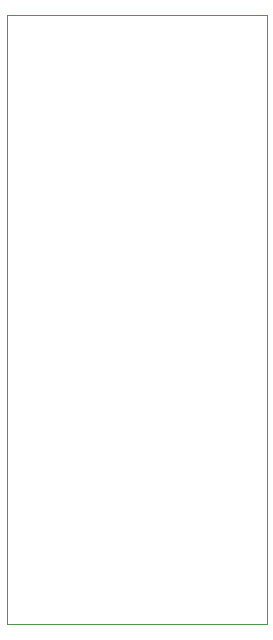
<source format=gm1>
%TF.GenerationSoftware,KiCad,Pcbnew,(6.0.1)*%
%TF.CreationDate,2022-03-17T17:24:26+01:00*%
%TF.ProjectId,Module,4d6f6475-6c65-42e6-9b69-6361645f7063,v01*%
%TF.SameCoordinates,Original*%
%TF.FileFunction,Profile,NP*%
%FSLAX46Y46*%
G04 Gerber Fmt 4.6, Leading zero omitted, Abs format (unit mm)*
G04 Created by KiCad (PCBNEW (6.0.1)) date 2022-03-17 17:24:26*
%MOMM*%
%LPD*%
G01*
G04 APERTURE LIST*
%TA.AperFunction,Profile*%
%ADD10C,0.050000*%
%TD*%
G04 APERTURE END LIST*
D10*
X158652000Y-50165000D02*
X158652000Y-101736000D01*
X136652000Y-101736000D02*
X158652000Y-101736000D01*
X136652000Y-50165000D02*
X136652000Y-101736000D01*
X136652000Y-50165000D02*
X158652000Y-50165000D01*
M02*

</source>
